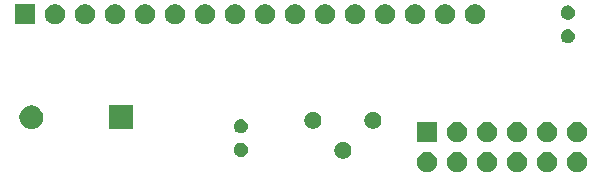
<source format=gbr>
G04 #@! TF.GenerationSoftware,KiCad,Pcbnew,5.1.5+dfsg1-2build2*
G04 #@! TF.CreationDate,2020-11-20T08:54:09-05:00*
G04 #@! TF.ProjectId,portb_lcd_mod,706f7274-625f-46c6-9364-5f6d6f642e6b,rev?*
G04 #@! TF.SameCoordinates,Original*
G04 #@! TF.FileFunction,Soldermask,Bot*
G04 #@! TF.FilePolarity,Negative*
%FSLAX46Y46*%
G04 Gerber Fmt 4.6, Leading zero omitted, Abs format (unit mm)*
G04 Created by KiCad (PCBNEW 5.1.5+dfsg1-2build2) date 2020-11-20 08:54:09*
%MOMM*%
%LPD*%
G04 APERTURE LIST*
%ADD10C,0.100000*%
G04 APERTURE END LIST*
D10*
G36*
X167633936Y-111704665D02*
G01*
X167788626Y-111768739D01*
X167858076Y-111815145D01*
X167927844Y-111861762D01*
X168046238Y-111980156D01*
X168092855Y-112049924D01*
X168139261Y-112119374D01*
X168203335Y-112274064D01*
X168236000Y-112438282D01*
X168236000Y-112605718D01*
X168203335Y-112769936D01*
X168139261Y-112924626D01*
X168092855Y-112994076D01*
X168046238Y-113063844D01*
X167927844Y-113182238D01*
X167858076Y-113228855D01*
X167788626Y-113275261D01*
X167633936Y-113339335D01*
X167469718Y-113372000D01*
X167302282Y-113372000D01*
X167138064Y-113339335D01*
X166983374Y-113275261D01*
X166913924Y-113228855D01*
X166844156Y-113182238D01*
X166725762Y-113063844D01*
X166679145Y-112994076D01*
X166632739Y-112924626D01*
X166568665Y-112769936D01*
X166536000Y-112605718D01*
X166536000Y-112438282D01*
X166568665Y-112274064D01*
X166632739Y-112119374D01*
X166679145Y-112049924D01*
X166725762Y-111980156D01*
X166844156Y-111861762D01*
X166913924Y-111815145D01*
X166983374Y-111768739D01*
X167138064Y-111704665D01*
X167302282Y-111672000D01*
X167469718Y-111672000D01*
X167633936Y-111704665D01*
G37*
G36*
X165093936Y-111704665D02*
G01*
X165248626Y-111768739D01*
X165318076Y-111815145D01*
X165387844Y-111861762D01*
X165506238Y-111980156D01*
X165552855Y-112049924D01*
X165599261Y-112119374D01*
X165663335Y-112274064D01*
X165696000Y-112438282D01*
X165696000Y-112605718D01*
X165663335Y-112769936D01*
X165599261Y-112924626D01*
X165552855Y-112994076D01*
X165506238Y-113063844D01*
X165387844Y-113182238D01*
X165318076Y-113228855D01*
X165248626Y-113275261D01*
X165093936Y-113339335D01*
X164929718Y-113372000D01*
X164762282Y-113372000D01*
X164598064Y-113339335D01*
X164443374Y-113275261D01*
X164373924Y-113228855D01*
X164304156Y-113182238D01*
X164185762Y-113063844D01*
X164139145Y-112994076D01*
X164092739Y-112924626D01*
X164028665Y-112769936D01*
X163996000Y-112605718D01*
X163996000Y-112438282D01*
X164028665Y-112274064D01*
X164092739Y-112119374D01*
X164139145Y-112049924D01*
X164185762Y-111980156D01*
X164304156Y-111861762D01*
X164373924Y-111815145D01*
X164443374Y-111768739D01*
X164598064Y-111704665D01*
X164762282Y-111672000D01*
X164929718Y-111672000D01*
X165093936Y-111704665D01*
G37*
G36*
X154933936Y-111704665D02*
G01*
X155088626Y-111768739D01*
X155158076Y-111815145D01*
X155227844Y-111861762D01*
X155346238Y-111980156D01*
X155392855Y-112049924D01*
X155439261Y-112119374D01*
X155503335Y-112274064D01*
X155536000Y-112438282D01*
X155536000Y-112605718D01*
X155503335Y-112769936D01*
X155439261Y-112924626D01*
X155392855Y-112994076D01*
X155346238Y-113063844D01*
X155227844Y-113182238D01*
X155158076Y-113228855D01*
X155088626Y-113275261D01*
X154933936Y-113339335D01*
X154769718Y-113372000D01*
X154602282Y-113372000D01*
X154438064Y-113339335D01*
X154283374Y-113275261D01*
X154213924Y-113228855D01*
X154144156Y-113182238D01*
X154025762Y-113063844D01*
X153979145Y-112994076D01*
X153932739Y-112924626D01*
X153868665Y-112769936D01*
X153836000Y-112605718D01*
X153836000Y-112438282D01*
X153868665Y-112274064D01*
X153932739Y-112119374D01*
X153979145Y-112049924D01*
X154025762Y-111980156D01*
X154144156Y-111861762D01*
X154213924Y-111815145D01*
X154283374Y-111768739D01*
X154438064Y-111704665D01*
X154602282Y-111672000D01*
X154769718Y-111672000D01*
X154933936Y-111704665D01*
G37*
G36*
X157473936Y-111704665D02*
G01*
X157628626Y-111768739D01*
X157698076Y-111815145D01*
X157767844Y-111861762D01*
X157886238Y-111980156D01*
X157932855Y-112049924D01*
X157979261Y-112119374D01*
X158043335Y-112274064D01*
X158076000Y-112438282D01*
X158076000Y-112605718D01*
X158043335Y-112769936D01*
X157979261Y-112924626D01*
X157932855Y-112994076D01*
X157886238Y-113063844D01*
X157767844Y-113182238D01*
X157698076Y-113228855D01*
X157628626Y-113275261D01*
X157473936Y-113339335D01*
X157309718Y-113372000D01*
X157142282Y-113372000D01*
X156978064Y-113339335D01*
X156823374Y-113275261D01*
X156753924Y-113228855D01*
X156684156Y-113182238D01*
X156565762Y-113063844D01*
X156519145Y-112994076D01*
X156472739Y-112924626D01*
X156408665Y-112769936D01*
X156376000Y-112605718D01*
X156376000Y-112438282D01*
X156408665Y-112274064D01*
X156472739Y-112119374D01*
X156519145Y-112049924D01*
X156565762Y-111980156D01*
X156684156Y-111861762D01*
X156753924Y-111815145D01*
X156823374Y-111768739D01*
X156978064Y-111704665D01*
X157142282Y-111672000D01*
X157309718Y-111672000D01*
X157473936Y-111704665D01*
G37*
G36*
X160013936Y-111704665D02*
G01*
X160168626Y-111768739D01*
X160238076Y-111815145D01*
X160307844Y-111861762D01*
X160426238Y-111980156D01*
X160472855Y-112049924D01*
X160519261Y-112119374D01*
X160583335Y-112274064D01*
X160616000Y-112438282D01*
X160616000Y-112605718D01*
X160583335Y-112769936D01*
X160519261Y-112924626D01*
X160472855Y-112994076D01*
X160426238Y-113063844D01*
X160307844Y-113182238D01*
X160238076Y-113228855D01*
X160168626Y-113275261D01*
X160013936Y-113339335D01*
X159849718Y-113372000D01*
X159682282Y-113372000D01*
X159518064Y-113339335D01*
X159363374Y-113275261D01*
X159293924Y-113228855D01*
X159224156Y-113182238D01*
X159105762Y-113063844D01*
X159059145Y-112994076D01*
X159012739Y-112924626D01*
X158948665Y-112769936D01*
X158916000Y-112605718D01*
X158916000Y-112438282D01*
X158948665Y-112274064D01*
X159012739Y-112119374D01*
X159059145Y-112049924D01*
X159105762Y-111980156D01*
X159224156Y-111861762D01*
X159293924Y-111815145D01*
X159363374Y-111768739D01*
X159518064Y-111704665D01*
X159682282Y-111672000D01*
X159849718Y-111672000D01*
X160013936Y-111704665D01*
G37*
G36*
X162553936Y-111704665D02*
G01*
X162708626Y-111768739D01*
X162778076Y-111815145D01*
X162847844Y-111861762D01*
X162966238Y-111980156D01*
X163012855Y-112049924D01*
X163059261Y-112119374D01*
X163123335Y-112274064D01*
X163156000Y-112438282D01*
X163156000Y-112605718D01*
X163123335Y-112769936D01*
X163059261Y-112924626D01*
X163012855Y-112994076D01*
X162966238Y-113063844D01*
X162847844Y-113182238D01*
X162778076Y-113228855D01*
X162708626Y-113275261D01*
X162553936Y-113339335D01*
X162389718Y-113372000D01*
X162222282Y-113372000D01*
X162058064Y-113339335D01*
X161903374Y-113275261D01*
X161833924Y-113228855D01*
X161764156Y-113182238D01*
X161645762Y-113063844D01*
X161599145Y-112994076D01*
X161552739Y-112924626D01*
X161488665Y-112769936D01*
X161456000Y-112605718D01*
X161456000Y-112438282D01*
X161488665Y-112274064D01*
X161552739Y-112119374D01*
X161599145Y-112049924D01*
X161645762Y-111980156D01*
X161764156Y-111861762D01*
X161833924Y-111815145D01*
X161903374Y-111768739D01*
X162058064Y-111704665D01*
X162222282Y-111672000D01*
X162389718Y-111672000D01*
X162553936Y-111704665D01*
G37*
G36*
X147691281Y-110795223D02*
G01*
X147784016Y-110813669D01*
X147915048Y-110867944D01*
X147915050Y-110867945D01*
X147958620Y-110897058D01*
X148032973Y-110946739D01*
X148133261Y-111047027D01*
X148212056Y-111164952D01*
X148266331Y-111295984D01*
X148294000Y-111435086D01*
X148294000Y-111576914D01*
X148266331Y-111716016D01*
X148244492Y-111768740D01*
X148212055Y-111847050D01*
X148172659Y-111906010D01*
X148133261Y-111964973D01*
X148032973Y-112065261D01*
X148019894Y-112074000D01*
X147915050Y-112144055D01*
X147915049Y-112144056D01*
X147915048Y-112144056D01*
X147784016Y-112198331D01*
X147691281Y-112216777D01*
X147644915Y-112226000D01*
X147503085Y-112226000D01*
X147456719Y-112216777D01*
X147363984Y-112198331D01*
X147232952Y-112144056D01*
X147232951Y-112144056D01*
X147232950Y-112144055D01*
X147128106Y-112074000D01*
X147115027Y-112065261D01*
X147014739Y-111964973D01*
X146975341Y-111906010D01*
X146935945Y-111847050D01*
X146903508Y-111768740D01*
X146881669Y-111716016D01*
X146854000Y-111576914D01*
X146854000Y-111435086D01*
X146881669Y-111295984D01*
X146935944Y-111164952D01*
X147014739Y-111047027D01*
X147115027Y-110946739D01*
X147189380Y-110897058D01*
X147232950Y-110867945D01*
X147232952Y-110867944D01*
X147363984Y-110813669D01*
X147456719Y-110795223D01*
X147503085Y-110786000D01*
X147644915Y-110786000D01*
X147691281Y-110795223D01*
G37*
G36*
X139113014Y-110897058D02*
G01*
X139222207Y-110942287D01*
X139320478Y-111007950D01*
X139404050Y-111091522D01*
X139469713Y-111189793D01*
X139514942Y-111298986D01*
X139538000Y-111414905D01*
X139538000Y-111533095D01*
X139514942Y-111649014D01*
X139469713Y-111758207D01*
X139404050Y-111856478D01*
X139320478Y-111940050D01*
X139222207Y-112005713D01*
X139113014Y-112050942D01*
X138997095Y-112074000D01*
X138878905Y-112074000D01*
X138762986Y-112050942D01*
X138653793Y-112005713D01*
X138555522Y-111940050D01*
X138471950Y-111856478D01*
X138406287Y-111758207D01*
X138361058Y-111649014D01*
X138338000Y-111533095D01*
X138338000Y-111414905D01*
X138361058Y-111298986D01*
X138406287Y-111189793D01*
X138471950Y-111091522D01*
X138555522Y-111007950D01*
X138653793Y-110942287D01*
X138762986Y-110897058D01*
X138878905Y-110874000D01*
X138997095Y-110874000D01*
X139113014Y-110897058D01*
G37*
G36*
X167633936Y-109164665D02*
G01*
X167788626Y-109228739D01*
X167858076Y-109275145D01*
X167927844Y-109321762D01*
X168046238Y-109440156D01*
X168092855Y-109509924D01*
X168139261Y-109579374D01*
X168203335Y-109734064D01*
X168236000Y-109898282D01*
X168236000Y-110065718D01*
X168203335Y-110229936D01*
X168139261Y-110384626D01*
X168092855Y-110454076D01*
X168046238Y-110523844D01*
X167927844Y-110642238D01*
X167858076Y-110688855D01*
X167788626Y-110735261D01*
X167633936Y-110799335D01*
X167469718Y-110832000D01*
X167302282Y-110832000D01*
X167138064Y-110799335D01*
X166983374Y-110735261D01*
X166913924Y-110688855D01*
X166844156Y-110642238D01*
X166725762Y-110523844D01*
X166679145Y-110454076D01*
X166632739Y-110384626D01*
X166568665Y-110229936D01*
X166536000Y-110065718D01*
X166536000Y-109898282D01*
X166568665Y-109734064D01*
X166632739Y-109579374D01*
X166679145Y-109509924D01*
X166725762Y-109440156D01*
X166844156Y-109321762D01*
X166913924Y-109275145D01*
X166983374Y-109228739D01*
X167138064Y-109164665D01*
X167302282Y-109132000D01*
X167469718Y-109132000D01*
X167633936Y-109164665D01*
G37*
G36*
X165093936Y-109164665D02*
G01*
X165248626Y-109228739D01*
X165318076Y-109275145D01*
X165387844Y-109321762D01*
X165506238Y-109440156D01*
X165552855Y-109509924D01*
X165599261Y-109579374D01*
X165663335Y-109734064D01*
X165696000Y-109898282D01*
X165696000Y-110065718D01*
X165663335Y-110229936D01*
X165599261Y-110384626D01*
X165552855Y-110454076D01*
X165506238Y-110523844D01*
X165387844Y-110642238D01*
X165318076Y-110688855D01*
X165248626Y-110735261D01*
X165093936Y-110799335D01*
X164929718Y-110832000D01*
X164762282Y-110832000D01*
X164598064Y-110799335D01*
X164443374Y-110735261D01*
X164373924Y-110688855D01*
X164304156Y-110642238D01*
X164185762Y-110523844D01*
X164139145Y-110454076D01*
X164092739Y-110384626D01*
X164028665Y-110229936D01*
X163996000Y-110065718D01*
X163996000Y-109898282D01*
X164028665Y-109734064D01*
X164092739Y-109579374D01*
X164139145Y-109509924D01*
X164185762Y-109440156D01*
X164304156Y-109321762D01*
X164373924Y-109275145D01*
X164443374Y-109228739D01*
X164598064Y-109164665D01*
X164762282Y-109132000D01*
X164929718Y-109132000D01*
X165093936Y-109164665D01*
G37*
G36*
X162553936Y-109164665D02*
G01*
X162708626Y-109228739D01*
X162778076Y-109275145D01*
X162847844Y-109321762D01*
X162966238Y-109440156D01*
X163012855Y-109509924D01*
X163059261Y-109579374D01*
X163123335Y-109734064D01*
X163156000Y-109898282D01*
X163156000Y-110065718D01*
X163123335Y-110229936D01*
X163059261Y-110384626D01*
X163012855Y-110454076D01*
X162966238Y-110523844D01*
X162847844Y-110642238D01*
X162778076Y-110688855D01*
X162708626Y-110735261D01*
X162553936Y-110799335D01*
X162389718Y-110832000D01*
X162222282Y-110832000D01*
X162058064Y-110799335D01*
X161903374Y-110735261D01*
X161833924Y-110688855D01*
X161764156Y-110642238D01*
X161645762Y-110523844D01*
X161599145Y-110454076D01*
X161552739Y-110384626D01*
X161488665Y-110229936D01*
X161456000Y-110065718D01*
X161456000Y-109898282D01*
X161488665Y-109734064D01*
X161552739Y-109579374D01*
X161599145Y-109509924D01*
X161645762Y-109440156D01*
X161764156Y-109321762D01*
X161833924Y-109275145D01*
X161903374Y-109228739D01*
X162058064Y-109164665D01*
X162222282Y-109132000D01*
X162389718Y-109132000D01*
X162553936Y-109164665D01*
G37*
G36*
X160013936Y-109164665D02*
G01*
X160168626Y-109228739D01*
X160238076Y-109275145D01*
X160307844Y-109321762D01*
X160426238Y-109440156D01*
X160472855Y-109509924D01*
X160519261Y-109579374D01*
X160583335Y-109734064D01*
X160616000Y-109898282D01*
X160616000Y-110065718D01*
X160583335Y-110229936D01*
X160519261Y-110384626D01*
X160472855Y-110454076D01*
X160426238Y-110523844D01*
X160307844Y-110642238D01*
X160238076Y-110688855D01*
X160168626Y-110735261D01*
X160013936Y-110799335D01*
X159849718Y-110832000D01*
X159682282Y-110832000D01*
X159518064Y-110799335D01*
X159363374Y-110735261D01*
X159293924Y-110688855D01*
X159224156Y-110642238D01*
X159105762Y-110523844D01*
X159059145Y-110454076D01*
X159012739Y-110384626D01*
X158948665Y-110229936D01*
X158916000Y-110065718D01*
X158916000Y-109898282D01*
X158948665Y-109734064D01*
X159012739Y-109579374D01*
X159059145Y-109509924D01*
X159105762Y-109440156D01*
X159224156Y-109321762D01*
X159293924Y-109275145D01*
X159363374Y-109228739D01*
X159518064Y-109164665D01*
X159682282Y-109132000D01*
X159849718Y-109132000D01*
X160013936Y-109164665D01*
G37*
G36*
X157473936Y-109164665D02*
G01*
X157628626Y-109228739D01*
X157698076Y-109275145D01*
X157767844Y-109321762D01*
X157886238Y-109440156D01*
X157932855Y-109509924D01*
X157979261Y-109579374D01*
X158043335Y-109734064D01*
X158076000Y-109898282D01*
X158076000Y-110065718D01*
X158043335Y-110229936D01*
X157979261Y-110384626D01*
X157932855Y-110454076D01*
X157886238Y-110523844D01*
X157767844Y-110642238D01*
X157698076Y-110688855D01*
X157628626Y-110735261D01*
X157473936Y-110799335D01*
X157309718Y-110832000D01*
X157142282Y-110832000D01*
X156978064Y-110799335D01*
X156823374Y-110735261D01*
X156753924Y-110688855D01*
X156684156Y-110642238D01*
X156565762Y-110523844D01*
X156519145Y-110454076D01*
X156472739Y-110384626D01*
X156408665Y-110229936D01*
X156376000Y-110065718D01*
X156376000Y-109898282D01*
X156408665Y-109734064D01*
X156472739Y-109579374D01*
X156519145Y-109509924D01*
X156565762Y-109440156D01*
X156684156Y-109321762D01*
X156753924Y-109275145D01*
X156823374Y-109228739D01*
X156978064Y-109164665D01*
X157142282Y-109132000D01*
X157309718Y-109132000D01*
X157473936Y-109164665D01*
G37*
G36*
X155536000Y-110832000D02*
G01*
X153836000Y-110832000D01*
X153836000Y-109132000D01*
X155536000Y-109132000D01*
X155536000Y-110832000D01*
G37*
G36*
X139113014Y-108897058D02*
G01*
X139222207Y-108942287D01*
X139320478Y-109007950D01*
X139404050Y-109091522D01*
X139469713Y-109189793D01*
X139514942Y-109298986D01*
X139538000Y-109414905D01*
X139538000Y-109533095D01*
X139514942Y-109649014D01*
X139469713Y-109758207D01*
X139404050Y-109856478D01*
X139320478Y-109940050D01*
X139222207Y-110005713D01*
X139113014Y-110050942D01*
X138997095Y-110074000D01*
X138878905Y-110074000D01*
X138762986Y-110050942D01*
X138653793Y-110005713D01*
X138555522Y-109940050D01*
X138471950Y-109856478D01*
X138406287Y-109758207D01*
X138361058Y-109649014D01*
X138338000Y-109533095D01*
X138338000Y-109414905D01*
X138361058Y-109298986D01*
X138406287Y-109189793D01*
X138471950Y-109091522D01*
X138555522Y-109007950D01*
X138653793Y-108942287D01*
X138762986Y-108897058D01*
X138878905Y-108874000D01*
X138997095Y-108874000D01*
X139113014Y-108897058D01*
G37*
G36*
X129778000Y-109712000D02*
G01*
X127778000Y-109712000D01*
X127778000Y-107712000D01*
X129778000Y-107712000D01*
X129778000Y-109712000D01*
G37*
G36*
X121373090Y-107731215D02*
G01*
X121469689Y-107750429D01*
X121651678Y-107825811D01*
X121815463Y-107935249D01*
X121954751Y-108074537D01*
X122064189Y-108238322D01*
X122139571Y-108420311D01*
X122139571Y-108420313D01*
X122178000Y-108613507D01*
X122178000Y-108810493D01*
X122161173Y-108895085D01*
X122139571Y-109003689D01*
X122064189Y-109185678D01*
X121954751Y-109349463D01*
X121815463Y-109488751D01*
X121651678Y-109598189D01*
X121469689Y-109673571D01*
X121407203Y-109686000D01*
X121276493Y-109712000D01*
X121079507Y-109712000D01*
X120948797Y-109686000D01*
X120886311Y-109673571D01*
X120704322Y-109598189D01*
X120540537Y-109488751D01*
X120401249Y-109349463D01*
X120291811Y-109185678D01*
X120216429Y-109003689D01*
X120194827Y-108895085D01*
X120178000Y-108810493D01*
X120178000Y-108613507D01*
X120216429Y-108420313D01*
X120216429Y-108420311D01*
X120291811Y-108238322D01*
X120401249Y-108074537D01*
X120540537Y-107935249D01*
X120704322Y-107825811D01*
X120886311Y-107750429D01*
X120982910Y-107731215D01*
X121079507Y-107712000D01*
X121276493Y-107712000D01*
X121373090Y-107731215D01*
G37*
G36*
X145151281Y-108255223D02*
G01*
X145244016Y-108273669D01*
X145375048Y-108327944D01*
X145375050Y-108327945D01*
X145434011Y-108367342D01*
X145492973Y-108406739D01*
X145593261Y-108507027D01*
X145672056Y-108624952D01*
X145726331Y-108755984D01*
X145754000Y-108895086D01*
X145754000Y-109036914D01*
X145726331Y-109176016D01*
X145704492Y-109228740D01*
X145672055Y-109307050D01*
X145643717Y-109349461D01*
X145593261Y-109424973D01*
X145492973Y-109525261D01*
X145434011Y-109564658D01*
X145375050Y-109604055D01*
X145375049Y-109604056D01*
X145375048Y-109604056D01*
X145244016Y-109658331D01*
X145167399Y-109673571D01*
X145104915Y-109686000D01*
X144963085Y-109686000D01*
X144900601Y-109673571D01*
X144823984Y-109658331D01*
X144692952Y-109604056D01*
X144692951Y-109604056D01*
X144692950Y-109604055D01*
X144633989Y-109564658D01*
X144575027Y-109525261D01*
X144474739Y-109424973D01*
X144424283Y-109349461D01*
X144395945Y-109307050D01*
X144363508Y-109228740D01*
X144341669Y-109176016D01*
X144314000Y-109036914D01*
X144314000Y-108895086D01*
X144341669Y-108755984D01*
X144395944Y-108624952D01*
X144474739Y-108507027D01*
X144575027Y-108406739D01*
X144633990Y-108367341D01*
X144692950Y-108327945D01*
X144692952Y-108327944D01*
X144823984Y-108273669D01*
X144916719Y-108255223D01*
X144963085Y-108246000D01*
X145104915Y-108246000D01*
X145151281Y-108255223D01*
G37*
G36*
X150231281Y-108255223D02*
G01*
X150324016Y-108273669D01*
X150455048Y-108327944D01*
X150455050Y-108327945D01*
X150514011Y-108367342D01*
X150572973Y-108406739D01*
X150673261Y-108507027D01*
X150752056Y-108624952D01*
X150806331Y-108755984D01*
X150834000Y-108895086D01*
X150834000Y-109036914D01*
X150806331Y-109176016D01*
X150784492Y-109228740D01*
X150752055Y-109307050D01*
X150723717Y-109349461D01*
X150673261Y-109424973D01*
X150572973Y-109525261D01*
X150514011Y-109564658D01*
X150455050Y-109604055D01*
X150455049Y-109604056D01*
X150455048Y-109604056D01*
X150324016Y-109658331D01*
X150247399Y-109673571D01*
X150184915Y-109686000D01*
X150043085Y-109686000D01*
X149980601Y-109673571D01*
X149903984Y-109658331D01*
X149772952Y-109604056D01*
X149772951Y-109604056D01*
X149772950Y-109604055D01*
X149713989Y-109564658D01*
X149655027Y-109525261D01*
X149554739Y-109424973D01*
X149504283Y-109349461D01*
X149475945Y-109307050D01*
X149443508Y-109228740D01*
X149421669Y-109176016D01*
X149394000Y-109036914D01*
X149394000Y-108895086D01*
X149421669Y-108755984D01*
X149475944Y-108624952D01*
X149554739Y-108507027D01*
X149655027Y-108406739D01*
X149713990Y-108367341D01*
X149772950Y-108327945D01*
X149772952Y-108327944D01*
X149903984Y-108273669D01*
X149996719Y-108255223D01*
X150043085Y-108246000D01*
X150184915Y-108246000D01*
X150231281Y-108255223D01*
G37*
G36*
X166799014Y-101277058D02*
G01*
X166908207Y-101322287D01*
X167006478Y-101387950D01*
X167090050Y-101471522D01*
X167155713Y-101569793D01*
X167200942Y-101678986D01*
X167224000Y-101794905D01*
X167224000Y-101913095D01*
X167200942Y-102029014D01*
X167155713Y-102138207D01*
X167090050Y-102236478D01*
X167006478Y-102320050D01*
X166908207Y-102385713D01*
X166799014Y-102430942D01*
X166683095Y-102454000D01*
X166564905Y-102454000D01*
X166448986Y-102430942D01*
X166339793Y-102385713D01*
X166241522Y-102320050D01*
X166157950Y-102236478D01*
X166092287Y-102138207D01*
X166047058Y-102029014D01*
X166024000Y-101913095D01*
X166024000Y-101794905D01*
X166047058Y-101678986D01*
X166092287Y-101569793D01*
X166157950Y-101471522D01*
X166241522Y-101387950D01*
X166339793Y-101322287D01*
X166448986Y-101277058D01*
X166564905Y-101254000D01*
X166683095Y-101254000D01*
X166799014Y-101277058D01*
G37*
G36*
X141217936Y-99182665D02*
G01*
X141372626Y-99246739D01*
X141442076Y-99293145D01*
X141511844Y-99339762D01*
X141630238Y-99458156D01*
X141676855Y-99527924D01*
X141723261Y-99597374D01*
X141787335Y-99752064D01*
X141820000Y-99916282D01*
X141820000Y-100083718D01*
X141787335Y-100247936D01*
X141723261Y-100402626D01*
X141688933Y-100454000D01*
X141630238Y-100541844D01*
X141511844Y-100660238D01*
X141442076Y-100706855D01*
X141372626Y-100753261D01*
X141217936Y-100817335D01*
X141053718Y-100850000D01*
X140886282Y-100850000D01*
X140722064Y-100817335D01*
X140567374Y-100753261D01*
X140497924Y-100706855D01*
X140428156Y-100660238D01*
X140309762Y-100541844D01*
X140251067Y-100454000D01*
X140216739Y-100402626D01*
X140152665Y-100247936D01*
X140120000Y-100083718D01*
X140120000Y-99916282D01*
X140152665Y-99752064D01*
X140216739Y-99597374D01*
X140263145Y-99527924D01*
X140309762Y-99458156D01*
X140428156Y-99339762D01*
X140497924Y-99293145D01*
X140567374Y-99246739D01*
X140722064Y-99182665D01*
X140886282Y-99150000D01*
X141053718Y-99150000D01*
X141217936Y-99182665D01*
G37*
G36*
X121500000Y-100850000D02*
G01*
X119800000Y-100850000D01*
X119800000Y-99150000D01*
X121500000Y-99150000D01*
X121500000Y-100850000D01*
G37*
G36*
X123437936Y-99182665D02*
G01*
X123592626Y-99246739D01*
X123662076Y-99293145D01*
X123731844Y-99339762D01*
X123850238Y-99458156D01*
X123896855Y-99527924D01*
X123943261Y-99597374D01*
X124007335Y-99752064D01*
X124040000Y-99916282D01*
X124040000Y-100083718D01*
X124007335Y-100247936D01*
X123943261Y-100402626D01*
X123908933Y-100454000D01*
X123850238Y-100541844D01*
X123731844Y-100660238D01*
X123662076Y-100706855D01*
X123592626Y-100753261D01*
X123437936Y-100817335D01*
X123273718Y-100850000D01*
X123106282Y-100850000D01*
X122942064Y-100817335D01*
X122787374Y-100753261D01*
X122717924Y-100706855D01*
X122648156Y-100660238D01*
X122529762Y-100541844D01*
X122471067Y-100454000D01*
X122436739Y-100402626D01*
X122372665Y-100247936D01*
X122340000Y-100083718D01*
X122340000Y-99916282D01*
X122372665Y-99752064D01*
X122436739Y-99597374D01*
X122483145Y-99527924D01*
X122529762Y-99458156D01*
X122648156Y-99339762D01*
X122717924Y-99293145D01*
X122787374Y-99246739D01*
X122942064Y-99182665D01*
X123106282Y-99150000D01*
X123273718Y-99150000D01*
X123437936Y-99182665D01*
G37*
G36*
X125977936Y-99182665D02*
G01*
X126132626Y-99246739D01*
X126202076Y-99293145D01*
X126271844Y-99339762D01*
X126390238Y-99458156D01*
X126436855Y-99527924D01*
X126483261Y-99597374D01*
X126547335Y-99752064D01*
X126580000Y-99916282D01*
X126580000Y-100083718D01*
X126547335Y-100247936D01*
X126483261Y-100402626D01*
X126448933Y-100454000D01*
X126390238Y-100541844D01*
X126271844Y-100660238D01*
X126202076Y-100706855D01*
X126132626Y-100753261D01*
X125977936Y-100817335D01*
X125813718Y-100850000D01*
X125646282Y-100850000D01*
X125482064Y-100817335D01*
X125327374Y-100753261D01*
X125257924Y-100706855D01*
X125188156Y-100660238D01*
X125069762Y-100541844D01*
X125011067Y-100454000D01*
X124976739Y-100402626D01*
X124912665Y-100247936D01*
X124880000Y-100083718D01*
X124880000Y-99916282D01*
X124912665Y-99752064D01*
X124976739Y-99597374D01*
X125023145Y-99527924D01*
X125069762Y-99458156D01*
X125188156Y-99339762D01*
X125257924Y-99293145D01*
X125327374Y-99246739D01*
X125482064Y-99182665D01*
X125646282Y-99150000D01*
X125813718Y-99150000D01*
X125977936Y-99182665D01*
G37*
G36*
X128517936Y-99182665D02*
G01*
X128672626Y-99246739D01*
X128742076Y-99293145D01*
X128811844Y-99339762D01*
X128930238Y-99458156D01*
X128976855Y-99527924D01*
X129023261Y-99597374D01*
X129087335Y-99752064D01*
X129120000Y-99916282D01*
X129120000Y-100083718D01*
X129087335Y-100247936D01*
X129023261Y-100402626D01*
X128988933Y-100454000D01*
X128930238Y-100541844D01*
X128811844Y-100660238D01*
X128742076Y-100706855D01*
X128672626Y-100753261D01*
X128517936Y-100817335D01*
X128353718Y-100850000D01*
X128186282Y-100850000D01*
X128022064Y-100817335D01*
X127867374Y-100753261D01*
X127797924Y-100706855D01*
X127728156Y-100660238D01*
X127609762Y-100541844D01*
X127551067Y-100454000D01*
X127516739Y-100402626D01*
X127452665Y-100247936D01*
X127420000Y-100083718D01*
X127420000Y-99916282D01*
X127452665Y-99752064D01*
X127516739Y-99597374D01*
X127563145Y-99527924D01*
X127609762Y-99458156D01*
X127728156Y-99339762D01*
X127797924Y-99293145D01*
X127867374Y-99246739D01*
X128022064Y-99182665D01*
X128186282Y-99150000D01*
X128353718Y-99150000D01*
X128517936Y-99182665D01*
G37*
G36*
X131057936Y-99182665D02*
G01*
X131212626Y-99246739D01*
X131282076Y-99293145D01*
X131351844Y-99339762D01*
X131470238Y-99458156D01*
X131516855Y-99527924D01*
X131563261Y-99597374D01*
X131627335Y-99752064D01*
X131660000Y-99916282D01*
X131660000Y-100083718D01*
X131627335Y-100247936D01*
X131563261Y-100402626D01*
X131528933Y-100454000D01*
X131470238Y-100541844D01*
X131351844Y-100660238D01*
X131282076Y-100706855D01*
X131212626Y-100753261D01*
X131057936Y-100817335D01*
X130893718Y-100850000D01*
X130726282Y-100850000D01*
X130562064Y-100817335D01*
X130407374Y-100753261D01*
X130337924Y-100706855D01*
X130268156Y-100660238D01*
X130149762Y-100541844D01*
X130091067Y-100454000D01*
X130056739Y-100402626D01*
X129992665Y-100247936D01*
X129960000Y-100083718D01*
X129960000Y-99916282D01*
X129992665Y-99752064D01*
X130056739Y-99597374D01*
X130103145Y-99527924D01*
X130149762Y-99458156D01*
X130268156Y-99339762D01*
X130337924Y-99293145D01*
X130407374Y-99246739D01*
X130562064Y-99182665D01*
X130726282Y-99150000D01*
X130893718Y-99150000D01*
X131057936Y-99182665D01*
G37*
G36*
X133597936Y-99182665D02*
G01*
X133752626Y-99246739D01*
X133822076Y-99293145D01*
X133891844Y-99339762D01*
X134010238Y-99458156D01*
X134056855Y-99527924D01*
X134103261Y-99597374D01*
X134167335Y-99752064D01*
X134200000Y-99916282D01*
X134200000Y-100083718D01*
X134167335Y-100247936D01*
X134103261Y-100402626D01*
X134068933Y-100454000D01*
X134010238Y-100541844D01*
X133891844Y-100660238D01*
X133822076Y-100706855D01*
X133752626Y-100753261D01*
X133597936Y-100817335D01*
X133433718Y-100850000D01*
X133266282Y-100850000D01*
X133102064Y-100817335D01*
X132947374Y-100753261D01*
X132877924Y-100706855D01*
X132808156Y-100660238D01*
X132689762Y-100541844D01*
X132631067Y-100454000D01*
X132596739Y-100402626D01*
X132532665Y-100247936D01*
X132500000Y-100083718D01*
X132500000Y-99916282D01*
X132532665Y-99752064D01*
X132596739Y-99597374D01*
X132643145Y-99527924D01*
X132689762Y-99458156D01*
X132808156Y-99339762D01*
X132877924Y-99293145D01*
X132947374Y-99246739D01*
X133102064Y-99182665D01*
X133266282Y-99150000D01*
X133433718Y-99150000D01*
X133597936Y-99182665D01*
G37*
G36*
X136137936Y-99182665D02*
G01*
X136292626Y-99246739D01*
X136362076Y-99293145D01*
X136431844Y-99339762D01*
X136550238Y-99458156D01*
X136596855Y-99527924D01*
X136643261Y-99597374D01*
X136707335Y-99752064D01*
X136740000Y-99916282D01*
X136740000Y-100083718D01*
X136707335Y-100247936D01*
X136643261Y-100402626D01*
X136608933Y-100454000D01*
X136550238Y-100541844D01*
X136431844Y-100660238D01*
X136362076Y-100706855D01*
X136292626Y-100753261D01*
X136137936Y-100817335D01*
X135973718Y-100850000D01*
X135806282Y-100850000D01*
X135642064Y-100817335D01*
X135487374Y-100753261D01*
X135417924Y-100706855D01*
X135348156Y-100660238D01*
X135229762Y-100541844D01*
X135171067Y-100454000D01*
X135136739Y-100402626D01*
X135072665Y-100247936D01*
X135040000Y-100083718D01*
X135040000Y-99916282D01*
X135072665Y-99752064D01*
X135136739Y-99597374D01*
X135183145Y-99527924D01*
X135229762Y-99458156D01*
X135348156Y-99339762D01*
X135417924Y-99293145D01*
X135487374Y-99246739D01*
X135642064Y-99182665D01*
X135806282Y-99150000D01*
X135973718Y-99150000D01*
X136137936Y-99182665D01*
G37*
G36*
X138677936Y-99182665D02*
G01*
X138832626Y-99246739D01*
X138902076Y-99293145D01*
X138971844Y-99339762D01*
X139090238Y-99458156D01*
X139136855Y-99527924D01*
X139183261Y-99597374D01*
X139247335Y-99752064D01*
X139280000Y-99916282D01*
X139280000Y-100083718D01*
X139247335Y-100247936D01*
X139183261Y-100402626D01*
X139148933Y-100454000D01*
X139090238Y-100541844D01*
X138971844Y-100660238D01*
X138902076Y-100706855D01*
X138832626Y-100753261D01*
X138677936Y-100817335D01*
X138513718Y-100850000D01*
X138346282Y-100850000D01*
X138182064Y-100817335D01*
X138027374Y-100753261D01*
X137957924Y-100706855D01*
X137888156Y-100660238D01*
X137769762Y-100541844D01*
X137711067Y-100454000D01*
X137676739Y-100402626D01*
X137612665Y-100247936D01*
X137580000Y-100083718D01*
X137580000Y-99916282D01*
X137612665Y-99752064D01*
X137676739Y-99597374D01*
X137723145Y-99527924D01*
X137769762Y-99458156D01*
X137888156Y-99339762D01*
X137957924Y-99293145D01*
X138027374Y-99246739D01*
X138182064Y-99182665D01*
X138346282Y-99150000D01*
X138513718Y-99150000D01*
X138677936Y-99182665D01*
G37*
G36*
X146297936Y-99182665D02*
G01*
X146452626Y-99246739D01*
X146522076Y-99293145D01*
X146591844Y-99339762D01*
X146710238Y-99458156D01*
X146756855Y-99527924D01*
X146803261Y-99597374D01*
X146867335Y-99752064D01*
X146900000Y-99916282D01*
X146900000Y-100083718D01*
X146867335Y-100247936D01*
X146803261Y-100402626D01*
X146768933Y-100454000D01*
X146710238Y-100541844D01*
X146591844Y-100660238D01*
X146522076Y-100706855D01*
X146452626Y-100753261D01*
X146297936Y-100817335D01*
X146133718Y-100850000D01*
X145966282Y-100850000D01*
X145802064Y-100817335D01*
X145647374Y-100753261D01*
X145577924Y-100706855D01*
X145508156Y-100660238D01*
X145389762Y-100541844D01*
X145331067Y-100454000D01*
X145296739Y-100402626D01*
X145232665Y-100247936D01*
X145200000Y-100083718D01*
X145200000Y-99916282D01*
X145232665Y-99752064D01*
X145296739Y-99597374D01*
X145343145Y-99527924D01*
X145389762Y-99458156D01*
X145508156Y-99339762D01*
X145577924Y-99293145D01*
X145647374Y-99246739D01*
X145802064Y-99182665D01*
X145966282Y-99150000D01*
X146133718Y-99150000D01*
X146297936Y-99182665D01*
G37*
G36*
X148837936Y-99182665D02*
G01*
X148992626Y-99246739D01*
X149062076Y-99293145D01*
X149131844Y-99339762D01*
X149250238Y-99458156D01*
X149296855Y-99527924D01*
X149343261Y-99597374D01*
X149407335Y-99752064D01*
X149440000Y-99916282D01*
X149440000Y-100083718D01*
X149407335Y-100247936D01*
X149343261Y-100402626D01*
X149308933Y-100454000D01*
X149250238Y-100541844D01*
X149131844Y-100660238D01*
X149062076Y-100706855D01*
X148992626Y-100753261D01*
X148837936Y-100817335D01*
X148673718Y-100850000D01*
X148506282Y-100850000D01*
X148342064Y-100817335D01*
X148187374Y-100753261D01*
X148117924Y-100706855D01*
X148048156Y-100660238D01*
X147929762Y-100541844D01*
X147871067Y-100454000D01*
X147836739Y-100402626D01*
X147772665Y-100247936D01*
X147740000Y-100083718D01*
X147740000Y-99916282D01*
X147772665Y-99752064D01*
X147836739Y-99597374D01*
X147883145Y-99527924D01*
X147929762Y-99458156D01*
X148048156Y-99339762D01*
X148117924Y-99293145D01*
X148187374Y-99246739D01*
X148342064Y-99182665D01*
X148506282Y-99150000D01*
X148673718Y-99150000D01*
X148837936Y-99182665D01*
G37*
G36*
X151377936Y-99182665D02*
G01*
X151532626Y-99246739D01*
X151602076Y-99293145D01*
X151671844Y-99339762D01*
X151790238Y-99458156D01*
X151836855Y-99527924D01*
X151883261Y-99597374D01*
X151947335Y-99752064D01*
X151980000Y-99916282D01*
X151980000Y-100083718D01*
X151947335Y-100247936D01*
X151883261Y-100402626D01*
X151848933Y-100454000D01*
X151790238Y-100541844D01*
X151671844Y-100660238D01*
X151602076Y-100706855D01*
X151532626Y-100753261D01*
X151377936Y-100817335D01*
X151213718Y-100850000D01*
X151046282Y-100850000D01*
X150882064Y-100817335D01*
X150727374Y-100753261D01*
X150657924Y-100706855D01*
X150588156Y-100660238D01*
X150469762Y-100541844D01*
X150411067Y-100454000D01*
X150376739Y-100402626D01*
X150312665Y-100247936D01*
X150280000Y-100083718D01*
X150280000Y-99916282D01*
X150312665Y-99752064D01*
X150376739Y-99597374D01*
X150423145Y-99527924D01*
X150469762Y-99458156D01*
X150588156Y-99339762D01*
X150657924Y-99293145D01*
X150727374Y-99246739D01*
X150882064Y-99182665D01*
X151046282Y-99150000D01*
X151213718Y-99150000D01*
X151377936Y-99182665D01*
G37*
G36*
X153917936Y-99182665D02*
G01*
X154072626Y-99246739D01*
X154142076Y-99293145D01*
X154211844Y-99339762D01*
X154330238Y-99458156D01*
X154376855Y-99527924D01*
X154423261Y-99597374D01*
X154487335Y-99752064D01*
X154520000Y-99916282D01*
X154520000Y-100083718D01*
X154487335Y-100247936D01*
X154423261Y-100402626D01*
X154388933Y-100454000D01*
X154330238Y-100541844D01*
X154211844Y-100660238D01*
X154142076Y-100706855D01*
X154072626Y-100753261D01*
X153917936Y-100817335D01*
X153753718Y-100850000D01*
X153586282Y-100850000D01*
X153422064Y-100817335D01*
X153267374Y-100753261D01*
X153197924Y-100706855D01*
X153128156Y-100660238D01*
X153009762Y-100541844D01*
X152951067Y-100454000D01*
X152916739Y-100402626D01*
X152852665Y-100247936D01*
X152820000Y-100083718D01*
X152820000Y-99916282D01*
X152852665Y-99752064D01*
X152916739Y-99597374D01*
X152963145Y-99527924D01*
X153009762Y-99458156D01*
X153128156Y-99339762D01*
X153197924Y-99293145D01*
X153267374Y-99246739D01*
X153422064Y-99182665D01*
X153586282Y-99150000D01*
X153753718Y-99150000D01*
X153917936Y-99182665D01*
G37*
G36*
X158997936Y-99182665D02*
G01*
X159152626Y-99246739D01*
X159222076Y-99293145D01*
X159291844Y-99339762D01*
X159410238Y-99458156D01*
X159456855Y-99527924D01*
X159503261Y-99597374D01*
X159567335Y-99752064D01*
X159600000Y-99916282D01*
X159600000Y-100083718D01*
X159567335Y-100247936D01*
X159503261Y-100402626D01*
X159468933Y-100454000D01*
X159410238Y-100541844D01*
X159291844Y-100660238D01*
X159222076Y-100706855D01*
X159152626Y-100753261D01*
X158997936Y-100817335D01*
X158833718Y-100850000D01*
X158666282Y-100850000D01*
X158502064Y-100817335D01*
X158347374Y-100753261D01*
X158277924Y-100706855D01*
X158208156Y-100660238D01*
X158089762Y-100541844D01*
X158031067Y-100454000D01*
X157996739Y-100402626D01*
X157932665Y-100247936D01*
X157900000Y-100083718D01*
X157900000Y-99916282D01*
X157932665Y-99752064D01*
X157996739Y-99597374D01*
X158043145Y-99527924D01*
X158089762Y-99458156D01*
X158208156Y-99339762D01*
X158277924Y-99293145D01*
X158347374Y-99246739D01*
X158502064Y-99182665D01*
X158666282Y-99150000D01*
X158833718Y-99150000D01*
X158997936Y-99182665D01*
G37*
G36*
X143757936Y-99182665D02*
G01*
X143912626Y-99246739D01*
X143982076Y-99293145D01*
X144051844Y-99339762D01*
X144170238Y-99458156D01*
X144216855Y-99527924D01*
X144263261Y-99597374D01*
X144327335Y-99752064D01*
X144360000Y-99916282D01*
X144360000Y-100083718D01*
X144327335Y-100247936D01*
X144263261Y-100402626D01*
X144228933Y-100454000D01*
X144170238Y-100541844D01*
X144051844Y-100660238D01*
X143982076Y-100706855D01*
X143912626Y-100753261D01*
X143757936Y-100817335D01*
X143593718Y-100850000D01*
X143426282Y-100850000D01*
X143262064Y-100817335D01*
X143107374Y-100753261D01*
X143037924Y-100706855D01*
X142968156Y-100660238D01*
X142849762Y-100541844D01*
X142791067Y-100454000D01*
X142756739Y-100402626D01*
X142692665Y-100247936D01*
X142660000Y-100083718D01*
X142660000Y-99916282D01*
X142692665Y-99752064D01*
X142756739Y-99597374D01*
X142803145Y-99527924D01*
X142849762Y-99458156D01*
X142968156Y-99339762D01*
X143037924Y-99293145D01*
X143107374Y-99246739D01*
X143262064Y-99182665D01*
X143426282Y-99150000D01*
X143593718Y-99150000D01*
X143757936Y-99182665D01*
G37*
G36*
X156457936Y-99182665D02*
G01*
X156612626Y-99246739D01*
X156682076Y-99293145D01*
X156751844Y-99339762D01*
X156870238Y-99458156D01*
X156916855Y-99527924D01*
X156963261Y-99597374D01*
X157027335Y-99752064D01*
X157060000Y-99916282D01*
X157060000Y-100083718D01*
X157027335Y-100247936D01*
X156963261Y-100402626D01*
X156928933Y-100454000D01*
X156870238Y-100541844D01*
X156751844Y-100660238D01*
X156682076Y-100706855D01*
X156612626Y-100753261D01*
X156457936Y-100817335D01*
X156293718Y-100850000D01*
X156126282Y-100850000D01*
X155962064Y-100817335D01*
X155807374Y-100753261D01*
X155737924Y-100706855D01*
X155668156Y-100660238D01*
X155549762Y-100541844D01*
X155491067Y-100454000D01*
X155456739Y-100402626D01*
X155392665Y-100247936D01*
X155360000Y-100083718D01*
X155360000Y-99916282D01*
X155392665Y-99752064D01*
X155456739Y-99597374D01*
X155503145Y-99527924D01*
X155549762Y-99458156D01*
X155668156Y-99339762D01*
X155737924Y-99293145D01*
X155807374Y-99246739D01*
X155962064Y-99182665D01*
X156126282Y-99150000D01*
X156293718Y-99150000D01*
X156457936Y-99182665D01*
G37*
G36*
X166799014Y-99277058D02*
G01*
X166908207Y-99322287D01*
X167006478Y-99387950D01*
X167090050Y-99471522D01*
X167155713Y-99569793D01*
X167200942Y-99678986D01*
X167224000Y-99794905D01*
X167224000Y-99913095D01*
X167200942Y-100029014D01*
X167155713Y-100138207D01*
X167090050Y-100236478D01*
X167006478Y-100320050D01*
X166908207Y-100385713D01*
X166799014Y-100430942D01*
X166683095Y-100454000D01*
X166564905Y-100454000D01*
X166448986Y-100430942D01*
X166339793Y-100385713D01*
X166241522Y-100320050D01*
X166157950Y-100236478D01*
X166092287Y-100138207D01*
X166047058Y-100029014D01*
X166024000Y-99913095D01*
X166024000Y-99794905D01*
X166047058Y-99678986D01*
X166092287Y-99569793D01*
X166157950Y-99471522D01*
X166241522Y-99387950D01*
X166339793Y-99322287D01*
X166448986Y-99277058D01*
X166564905Y-99254000D01*
X166683095Y-99254000D01*
X166799014Y-99277058D01*
G37*
M02*

</source>
